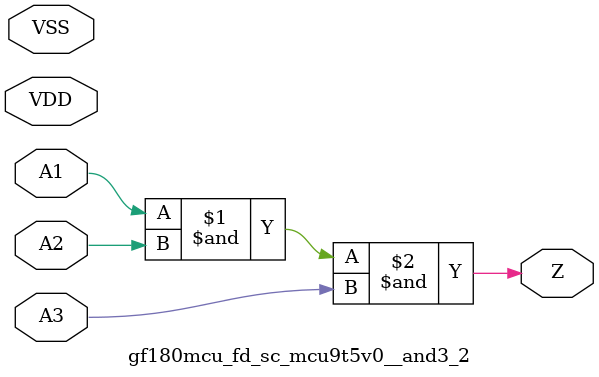
<source format=v>

module gf180mcu_fd_sc_mcu9t5v0__and3_2( A1, A2, A3, Z, VDD, VSS );
input A1, A2, A3;
inout VDD, VSS;
output Z;

	and MGM_BG_0( Z, A1, A2, A3 );

endmodule

</source>
